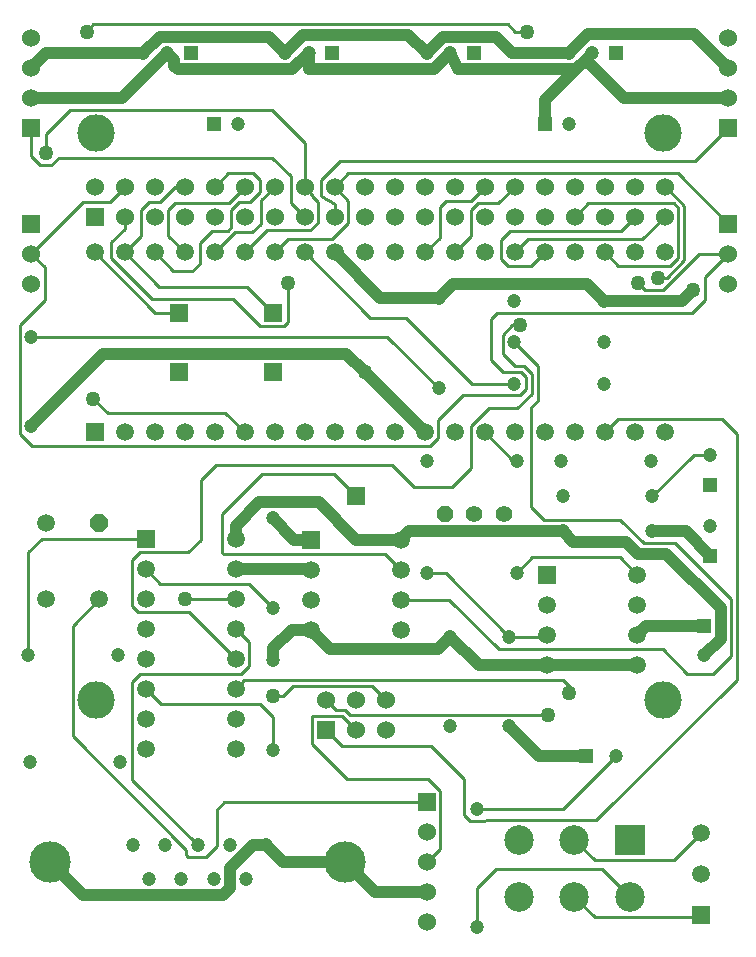
<source format=gbl>
%FSAX44Y44*%
%MOMM*%
G71*
G01*
G75*
G04 Layer_Physical_Order=2*
G04 Layer_Color=16711680*
%ADD10C,0.2540*%
%ADD11C,1.0000*%
%ADD12R,1.5000X1.5000*%
%ADD13C,1.2000*%
%ADD14C,1.5240*%
%ADD15R,1.5240X1.5240*%
%ADD16R,1.2000X1.2000*%
%ADD17C,1.5000*%
%ADD18P,1.6236X8X112.5*%
%ADD19R,1.5000X1.5000*%
%ADD20C,1.5000*%
%ADD21P,1.5154X8X22.5*%
%ADD22C,1.4000*%
%ADD23C,3.5000*%
%ADD24C,2.5000*%
%ADD25R,2.5000X2.5000*%
%ADD26R,1.2000X1.2000*%
%ADD27R,1.5000X1.5000*%
%ADD28R,1.5240X1.5240*%
%ADD29C,3.1750*%
%ADD30C,1.2700*%
G54D10*
X01002500Y01030000D02*
Y01117600D01*
X01013800Y01128900D01*
X01101900D01*
X01097280Y01117346D02*
X01138174D01*
X01148588Y01127760D01*
Y01178560D01*
X01161288Y01191260D01*
X01310640D01*
X01328928Y01172972D01*
X01361694D01*
X01377442Y01188720D01*
Y01224026D01*
X01392820Y01239404D01*
X01416617D01*
X01428890Y01251677D01*
Y01268400D01*
X01422400Y01274890D01*
X01414780D01*
X01404112Y01285558D01*
Y01301750D01*
X01412240Y01309878D01*
X01419098D01*
X01419860Y01269810D02*
X01423810Y01265860D01*
Y01255268D01*
X01418732Y01250190D01*
X01370332D01*
X01349502Y01229360D01*
Y01214120D01*
X01342644Y01207262D01*
X01005840D01*
X00995172Y01217930D01*
Y01309878D01*
X01016508Y01331214D01*
Y01358492D01*
X01005000Y01370000D01*
X01048972Y01413972D01*
X01071372D01*
X01084100Y01426700D01*
Y01401300D02*
Y01391440D01*
X01072642Y01379982D01*
Y01366520D01*
X01107694Y01331468D01*
X01175912D01*
X01198690Y01308690D01*
X01219022D01*
X01222500Y01312168D01*
Y01345000D01*
X01210000Y01320000D02*
X01187864Y01342136D01*
X01113164D01*
X01084100Y01371200D01*
X01098042Y01385142D01*
Y01407160D01*
X01104900Y01414018D01*
X01114062D01*
X01126744Y01426700D01*
X01134900D01*
X01158240Y01389634D02*
X01171448D01*
X01174242Y01392428D01*
Y01407160D01*
X01181290Y01414208D01*
X01190434D01*
X01198626Y01422400D01*
Y01432560D01*
X01193038Y01438148D01*
X01171748D01*
X01160300Y01426700D01*
X01185700D02*
X01172158Y01413158D01*
X01127154D01*
X01121156Y01407160D01*
Y01384944D01*
X01134900Y01371200D01*
X01147572Y01378966D02*
X01158240Y01389634D01*
X01147572Y01378966D02*
Y01361440D01*
X01141476Y01355344D01*
X01125356D01*
X01109500Y01371200D01*
X01109900Y01320000D02*
X01130000D01*
X01109900D02*
X01058700Y01371200D01*
X01005000Y01300000D02*
X01272500Y01300000D01*
X01298707D01*
X01298714Y01299992D01*
X01306508D01*
X01350000Y01256500D01*
X01378044Y01260000D02*
X01414000D01*
X01404492Y01269810D02*
X01419860D01*
X01433970Y01275030D02*
Y01245758D01*
X01428242Y01240030D01*
Y01155700D01*
X01438910Y01145032D01*
X01503680D01*
X01523746Y01124966D01*
X01550416D01*
X01597660Y01077722D01*
Y01029970D01*
X01582420Y01014730D01*
X01560576D01*
X01540002Y01035304D01*
X01400934D01*
X01358938Y01077300D01*
X01318100D01*
X01340000Y01100000D02*
X01356000D01*
X01410000Y01046000D01*
X01440600D01*
X01441900Y01047300D01*
X01455739Y01009210D02*
X01463048Y01001901D01*
Y01000548D01*
X01460762Y00998262D01*
X01500000Y00945000D02*
X01455000Y00900000D01*
X01382500D01*
X01371600Y00895096D02*
Y00925322D01*
X01343406Y00953516D01*
X01268384D01*
X01254600Y00967300D01*
X01243076Y00978730D02*
X01268570D01*
X01280000Y00967300D01*
X01274988Y00979932D02*
X01442500D01*
X01455739Y01009210D02*
X01185410D01*
X01178100Y01001900D01*
X01182878Y01014476D02*
X01189482Y01021080D01*
Y01041318D01*
X01178100Y01052700D01*
Y01027300D02*
X01138854Y01066546D01*
X01095756D01*
X01090422Y01071880D01*
Y01110488D01*
X01097280Y01117346D01*
X01101900Y01103500D02*
X01114470Y01090930D01*
X01189070D01*
X01210000Y01070000D01*
X01167638Y01116330D02*
X01304470D01*
X01318100Y01102700D01*
X01280000Y01165000D02*
X01261106Y01183894D01*
X01200658D01*
X01166622Y01149858D01*
Y01117346D01*
X01167638Y01116330D01*
X01178100Y01078100D02*
X01135126D01*
X01097280Y01014476D02*
X01182878D01*
X01198880Y00989076D02*
X01210000Y00977956D01*
Y00950000D01*
X01243076Y00954786D02*
Y00978730D01*
X01254600Y00992700D02*
X01263490Y00983810D01*
X01271110D01*
X01274988Y00979932D01*
X01305400Y00992700D02*
X01293970Y01004130D01*
X01226380D01*
X01217970Y00995720D01*
X01210000D01*
X01198880Y00989076D02*
X01114724D01*
X01101900Y01001900D01*
X01097280Y01014476D02*
X01090422Y01007618D01*
Y00924778D01*
X01146000Y00869200D01*
X01136142Y00865632D02*
Y00861358D01*
X01138110Y00859390D01*
X01153160D01*
X01162050Y00868280D01*
Y00899160D01*
X01168690Y00905800D01*
X01340000D01*
X01341120Y00925830D02*
X01351534Y00915416D01*
Y00866534D01*
X01340000Y00855000D01*
X01382500Y00833120D02*
X01398756Y00849376D01*
X01488474D01*
X01512000Y00825850D01*
X01482368Y00808482D02*
X01570982D01*
X01572500Y00810000D01*
X01549242Y00856742D02*
X01572500Y00880000D01*
X01549242Y00856742D02*
X01482408D01*
X01465000Y00874150D01*
X01483614Y00890524D02*
X01602740Y01009650D01*
Y01217422D01*
X01590040Y01230122D01*
X01501822D01*
X01490500Y01218800D01*
X01531000Y01165000D02*
X01566000Y01200000D01*
X01580000D01*
X01518100Y01098100D02*
X01503172Y01113028D01*
X01429028D01*
X01416000Y01100000D01*
Y01195000D02*
X01412700D01*
X01388900Y01218800D01*
X01433970Y01275030D02*
X01414000Y01295000D01*
X01399248Y01320000D02*
X01564602D01*
X01575562Y01330960D01*
Y01350562D01*
X01595000Y01370000D01*
X01570876D01*
X01540218Y01339342D01*
X01525016D01*
X01519174Y01345184D01*
X01535430Y01349502D02*
X01543123D01*
X01558036Y01364415D01*
Y01410789D01*
X01545590Y01423235D01*
X01541300D01*
Y01426700D01*
Y01401300D02*
X01522522Y01382522D01*
X01425622D01*
X01414300Y01371200D01*
X01402842Y01365504D02*
Y01381760D01*
X01410716Y01389634D01*
X01504234D01*
X01515900Y01401300D01*
X01546326Y01359890D02*
X01552956Y01366520D01*
Y01408684D01*
X01548910Y01412730D01*
X01476530D01*
X01465100Y01401300D01*
X01490500Y01371200D02*
X01501810Y01359890D01*
X01546326D01*
X01595000Y01395400D02*
X01552270Y01438130D01*
X01273330D01*
X01261900Y01426700D01*
X01273556Y01415044D01*
Y01396238D01*
X01259847Y01382529D01*
X01222429D01*
X01211100Y01371200D01*
X01236500D02*
X01292234Y01315466D01*
X01322578D01*
X01378044Y01260000D01*
X01394142Y01280160D02*
Y01314894D01*
X01399248Y01320000D01*
X01394142Y01280160D02*
X01404492Y01269810D01*
X01428390Y01359890D02*
X01439700Y01371200D01*
X01428390Y01359890D02*
X01408456D01*
X01402842Y01365504D01*
X01400348Y01412748D02*
X01414300Y01426700D01*
X01388900D02*
X01377234Y01415034D01*
X01356360D01*
X01350772Y01409446D01*
Y01383872D01*
X01338100Y01371200D01*
X01363500D02*
X01377442Y01385142D01*
Y01407160D01*
X01383030Y01412748D01*
X01400348D01*
X01266698Y01448816D02*
X01566916D01*
X01595000Y01476900D01*
X01425000Y01558290D02*
X01414780D01*
X01408684Y01564386D01*
X01057500D01*
X01052500Y01557500D01*
X01038098Y01491742D02*
X01208560D01*
X01236500Y01463802D01*
Y01426700D01*
X01243047Y01420153D01*
Y01418777D01*
X01247930Y01413895D01*
Y01396566D01*
X01241235Y01389870D01*
X01204370D01*
X01185700Y01371200D01*
X01160300D02*
X01177464Y01388364D01*
X01192276D01*
X01199642Y01395730D01*
Y01415242D01*
X01211100Y01426700D01*
X01225042Y01412758D02*
X01236500Y01401300D01*
X01225042Y01412758D02*
Y01435608D01*
X01209040Y01451610D01*
X01028422D01*
X01021692Y01444880D01*
X01012620D01*
X01005000Y01452500D01*
Y01476900D01*
X01017500Y01471144D02*
X01038098Y01491742D01*
X01017500Y01471144D02*
Y01455000D01*
X01057500Y01247500D02*
X01069798Y01235202D01*
X01169298D01*
X01185700Y01218800D01*
X01062500Y01077500D02*
X01040130Y01055130D01*
Y00961644D01*
X01136142Y00865632D01*
X01243076Y00954786D02*
X01272032Y00925830D01*
X01341120D01*
X01371600Y00895096D02*
X01376680Y00890016D01*
X01401572Y00890524D01*
X01483614D01*
X01465000Y00825850D02*
X01482368Y00808482D01*
X01382500Y00833120D02*
Y00800000D01*
X01261900Y01401300D02*
Y01412240D01*
X01250442Y01419352D01*
Y01432560D01*
X01266698Y01448816D01*
G54D11*
X01021000Y00855000D02*
X01048741Y00827260D01*
X01167380D01*
X01173240Y00833120D01*
Y00849680D01*
X01192760Y00869200D01*
X01203800D01*
X01218000Y00855000D01*
X01271000D01*
X01296400Y00829600D01*
X01340000D01*
X01475000Y00945000D02*
X01435000D01*
X01410000Y00970000D01*
X01441900Y01021900D02*
X01518100D01*
X01575000Y01030000D02*
X01588770Y01043770D01*
Y01069848D01*
X01542542Y01116076D01*
X01518666D01*
X01508760Y01125982D01*
X01464018D01*
X01455000Y01135000D01*
X01325000D01*
X01318100Y01128100D01*
X01280328D01*
X01248664Y01159764D01*
X01198118D01*
X01178100Y01139746D01*
Y01128900D01*
Y01103500D02*
X01241100D01*
X01241900Y01102700D01*
Y01128100D02*
X01227900D01*
X01210000Y01146000D01*
Y01036320D02*
X01225580Y01051900D01*
X01241900D01*
X01257988Y01035812D01*
X01349812D01*
X01360000Y01046000D01*
X01384099Y01021900D01*
X01441900D01*
X01518100Y01047300D02*
X01525800Y01055000D01*
X01575000D01*
X01580000Y01114600D02*
X01559600Y01135000D01*
X01531000D01*
X01555963Y01330000D02*
X01565402Y01339439D01*
X01555963Y01330000D02*
X01490000D01*
X01475324Y01344676D01*
X01362176D01*
X01350000Y01332500D01*
X01300600D01*
X01261900Y01371200D01*
X01271660Y01285240D02*
X01287300Y01269600D01*
X01338100Y01218800D01*
X01287300Y01269600D01*
X01271660Y01285240D02*
X01066240D01*
X01005000Y01224000D01*
X01210000Y01026000D02*
Y01036320D01*
X01440000Y01480000D02*
Y01500000D01*
X01466286Y01526286D01*
X01474540Y01534540D01*
X01480000Y01540000D01*
X01474540Y01534540D01*
X01506780Y01502300D01*
X01595000D01*
Y01527700D02*
X01566442Y01556258D01*
X01476258D01*
X01460000Y01540000D01*
X01412496D01*
X01398778Y01553718D01*
X01353718D01*
X01340000Y01540000D01*
X01324504Y01555496D01*
X01235496D01*
X01220000Y01540000D01*
X01206282Y01553718D01*
X01113718D01*
X01100000Y01540000D01*
X01017300D01*
X01005000Y01527700D01*
Y01502300D02*
X01082300D01*
X01120000Y01540000D01*
X01126236Y01533764D01*
Y01529080D01*
X01129030Y01526286D01*
X01226286D01*
X01240000Y01540000D01*
Y01526848D01*
X01240562Y01526286D01*
X01346286D01*
X01360000Y01540000D01*
X01366520Y01526286D01*
X01466286D01*
G54D12*
X01241900Y01128100D02*
D03*
X01280000Y01165000D02*
D03*
X01210000Y01270000D02*
D03*
Y01320000D02*
D03*
X01130000D02*
D03*
Y01270000D02*
D03*
G54D13*
X01004000Y00940000D02*
D03*
X01080000D02*
D03*
X01078500Y01030000D02*
D03*
X01002500D02*
D03*
X01091200Y00869200D02*
D03*
X01118600D02*
D03*
X01104900Y00840800D02*
D03*
X01132300D02*
D03*
X01159700D02*
D03*
X01146000Y00869200D02*
D03*
X01173400D02*
D03*
X01187100Y00840800D02*
D03*
X01203800Y00869200D02*
D03*
X01210000Y00950000D02*
D03*
Y01026000D02*
D03*
Y01070000D02*
D03*
Y01146000D02*
D03*
X01340000Y01100000D02*
D03*
X01360000Y01046000D02*
D03*
X01410000D02*
D03*
X01360000Y00970000D02*
D03*
X01410000D02*
D03*
X01382500Y00900000D02*
D03*
Y00800000D02*
D03*
X01500000Y00945000D02*
D03*
X01575000Y01030000D02*
D03*
X01580000Y01140000D02*
D03*
Y01200000D02*
D03*
X01530000Y01195000D02*
D03*
X01531000Y01165000D02*
D03*
Y01135000D02*
D03*
X01454000Y01195000D02*
D03*
X01455000Y01165000D02*
D03*
Y01135000D02*
D03*
X01416000Y01195000D02*
D03*
X01414000Y01260000D02*
D03*
Y01295000D02*
D03*
Y01330000D02*
D03*
X01350000Y01332500D02*
D03*
Y01256500D02*
D03*
X01340000Y01195000D02*
D03*
X01416000Y01100000D02*
D03*
X01490000Y01260000D02*
D03*
Y01295000D02*
D03*
Y01330000D02*
D03*
X01460000Y01480000D02*
D03*
Y01540000D02*
D03*
X01480000D02*
D03*
X01360000D02*
D03*
X01340000D02*
D03*
X01240000D02*
D03*
X01220000D02*
D03*
X01180000Y01480000D02*
D03*
X01120000Y01540000D02*
D03*
X01100000D02*
D03*
X01005000Y01300000D02*
D03*
Y01224000D02*
D03*
G54D14*
X01254600Y00992700D02*
D03*
X01280000D02*
D03*
Y00967300D02*
D03*
X01305400D02*
D03*
Y00992700D02*
D03*
X01340000Y00880400D02*
D03*
Y00855000D02*
D03*
Y00829600D02*
D03*
Y00804200D02*
D03*
X01595000Y01344600D02*
D03*
Y01370000D02*
D03*
X01541300Y01426700D02*
D03*
X01515900D02*
D03*
Y01401300D02*
D03*
X01541300D02*
D03*
X01490500Y01426700D02*
D03*
Y01401300D02*
D03*
X01465100Y01426700D02*
D03*
Y01401300D02*
D03*
X01439700Y01426700D02*
D03*
Y01401300D02*
D03*
X01414300Y01426700D02*
D03*
X01388900D02*
D03*
Y01401300D02*
D03*
X01414300D02*
D03*
X01363500Y01426700D02*
D03*
Y01401300D02*
D03*
X01338100Y01426700D02*
D03*
Y01401300D02*
D03*
X01312700Y01426700D02*
D03*
Y01401300D02*
D03*
X01287300Y01426700D02*
D03*
X01261900D02*
D03*
Y01401300D02*
D03*
X01287300D02*
D03*
X01236500Y01426700D02*
D03*
Y01401300D02*
D03*
X01211100Y01426700D02*
D03*
Y01401300D02*
D03*
X01185700Y01426700D02*
D03*
X01160300D02*
D03*
Y01401300D02*
D03*
X01185700D02*
D03*
X01134900Y01426700D02*
D03*
Y01401300D02*
D03*
X01109500Y01426700D02*
D03*
Y01401300D02*
D03*
X01084100Y01426700D02*
D03*
Y01401300D02*
D03*
X01058700Y01426700D02*
D03*
X01005000Y01370000D02*
D03*
Y01344600D02*
D03*
X01005000Y01502300D02*
D03*
Y01527700D02*
D03*
Y01553100D02*
D03*
X01595000Y01502300D02*
D03*
Y01527700D02*
D03*
Y01553100D02*
D03*
G54D15*
X01340000Y00905800D02*
D03*
X01595000Y01395400D02*
D03*
Y01476900D02*
D03*
X01005000D02*
D03*
X01005000Y01395400D02*
D03*
G54D16*
X01475000Y00945000D02*
D03*
X01440000Y01480000D02*
D03*
X01500000Y01540000D02*
D03*
X01380000D02*
D03*
X01260000D02*
D03*
X01140000D02*
D03*
X01160000Y01480000D02*
D03*
G54D17*
X01062500Y01077500D02*
D03*
X01017500D02*
D03*
Y01142500D02*
D03*
X01084100Y01218800D02*
D03*
X01109500D02*
D03*
X01134900D02*
D03*
X01160300D02*
D03*
X01185700D02*
D03*
X01211100D02*
D03*
X01236500D02*
D03*
X01261900D02*
D03*
X01287300D02*
D03*
X01312700D02*
D03*
X01338100D02*
D03*
X01363500D02*
D03*
X01388900D02*
D03*
X01414300D02*
D03*
X01439700D02*
D03*
X01465100D02*
D03*
X01490500D02*
D03*
X01515900D02*
D03*
X01541300D02*
D03*
Y01371200D02*
D03*
X01515900D02*
D03*
X01490500D02*
D03*
X01465100D02*
D03*
X01439700D02*
D03*
X01414300D02*
D03*
X01388900D02*
D03*
X01363500D02*
D03*
X01338100D02*
D03*
X01312700D02*
D03*
X01287300D02*
D03*
X01261900D02*
D03*
X01236500D02*
D03*
X01211100D02*
D03*
X01185700D02*
D03*
X01160300D02*
D03*
X01134900D02*
D03*
X01109500D02*
D03*
X01084100D02*
D03*
X01058700D02*
D03*
X01241900Y01102700D02*
D03*
Y01077300D02*
D03*
Y01051900D02*
D03*
X01318100D02*
D03*
Y01077300D02*
D03*
Y01102700D02*
D03*
Y01128100D02*
D03*
X01572500Y00880000D02*
D03*
Y00845000D02*
D03*
G54D18*
X01062500Y01142500D02*
D03*
G54D19*
X01101900Y01128900D02*
D03*
X01441900Y01098100D02*
D03*
G54D20*
X01101900Y00951100D02*
D03*
Y00976500D02*
D03*
Y01001900D02*
D03*
Y01027300D02*
D03*
Y01052700D02*
D03*
Y01078100D02*
D03*
Y01103500D02*
D03*
X01178100Y01052700D02*
D03*
Y01027300D02*
D03*
Y01001900D02*
D03*
Y00976500D02*
D03*
Y00951100D02*
D03*
Y01078100D02*
D03*
Y01103500D02*
D03*
Y01128900D02*
D03*
X01441900Y01021900D02*
D03*
Y01047300D02*
D03*
Y01072700D02*
D03*
X01518100Y01021900D02*
D03*
Y01047300D02*
D03*
Y01072700D02*
D03*
Y01098100D02*
D03*
G54D21*
X01355000Y01150000D02*
D03*
G54D22*
X01380000Y01150000D02*
D03*
X01405000D02*
D03*
G54D23*
X01021000Y00855000D02*
D03*
X01271000D02*
D03*
G54D24*
X01418000Y00825850D02*
D03*
X01465000D02*
D03*
X01512000D02*
D03*
X01465000Y00874150D02*
D03*
X01418000D02*
D03*
G54D25*
X01512000Y00874150D02*
D03*
G54D26*
X01575000Y01055000D02*
D03*
X01580000Y01114600D02*
D03*
Y01174600D02*
D03*
G54D27*
X01058700Y01218800D02*
D03*
X01572500Y00810000D02*
D03*
G54D28*
X01254600Y00967300D02*
D03*
X01058700Y01401300D02*
D03*
G54D29*
X01060000Y00992000D02*
D03*
X01540000D02*
D03*
Y01472000D02*
D03*
X01060000D02*
D03*
G54D30*
X01135126Y01078100D02*
D03*
X01210000Y00995720D02*
D03*
X01442500Y00979932D02*
D03*
X01460762Y00998262D02*
D03*
X01287300Y01269600D02*
D03*
X01222500Y01345000D02*
D03*
X01057500Y01247500D02*
D03*
X01017500Y01455000D02*
D03*
X01052500Y01557500D02*
D03*
X01419098Y01309878D02*
D03*
X01519174Y01345184D02*
D03*
X01535430Y01349502D02*
D03*
X01565402Y01339439D02*
D03*
X01425000Y01558290D02*
D03*
M02*

</source>
